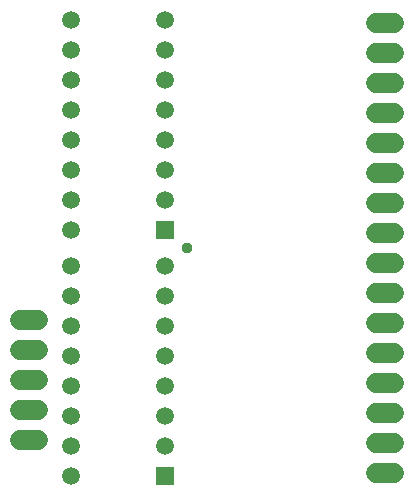
<source format=gbr>
G04 EAGLE Gerber RS-274X export*
G75*
%MOMM*%
%FSLAX34Y34*%
%LPD*%
%INSoldermask Bottom*%
%IPPOS*%
%AMOC8*
5,1,8,0,0,1.08239X$1,22.5*%
G01*
%ADD10C,1.727200*%
%ADD11R,1.491200X1.491200*%
%ADD12C,1.491200*%
%ADD13C,0.959600*%


D10*
X54356Y520319D02*
X69596Y520319D01*
X69596Y494919D02*
X54356Y494919D01*
X54356Y469519D02*
X69596Y469519D01*
X69596Y444119D02*
X54356Y444119D01*
X54356Y418719D02*
X69596Y418719D01*
X355473Y390271D02*
X370713Y390271D01*
X370713Y415671D02*
X355473Y415671D01*
X355473Y441071D02*
X370713Y441071D01*
X370713Y466471D02*
X355473Y466471D01*
X355473Y491871D02*
X370713Y491871D01*
X370713Y517271D02*
X355473Y517271D01*
X355473Y542671D02*
X370713Y542671D01*
X370713Y568071D02*
X355473Y568071D01*
X355473Y593471D02*
X370713Y593471D01*
X370713Y618871D02*
X355473Y618871D01*
X355473Y644271D02*
X370713Y644271D01*
X370713Y669671D02*
X355473Y669671D01*
X355473Y695071D02*
X370713Y695071D01*
X370713Y720471D02*
X355473Y720471D01*
X355473Y745871D02*
X370713Y745871D01*
X370713Y771271D02*
X355473Y771271D01*
D11*
X177241Y387604D03*
D12*
X177241Y413004D03*
X177241Y438404D03*
X177241Y463804D03*
X177241Y489204D03*
X177241Y514604D03*
X177241Y540004D03*
X177241Y565404D03*
X97841Y565404D03*
X97841Y540004D03*
X97841Y514604D03*
X97841Y489204D03*
X97841Y463804D03*
X97841Y438404D03*
X97841Y413004D03*
X97841Y387604D03*
D11*
X176733Y595884D03*
D12*
X176733Y621284D03*
X176733Y646684D03*
X176733Y672084D03*
X176733Y697484D03*
X176733Y722884D03*
X176733Y748284D03*
X176733Y773684D03*
X97333Y773684D03*
X97333Y748284D03*
X97333Y722884D03*
X97333Y697484D03*
X97333Y672084D03*
X97333Y646684D03*
X97333Y621284D03*
X97333Y595884D03*
D13*
X195707Y580644D03*
M02*

</source>
